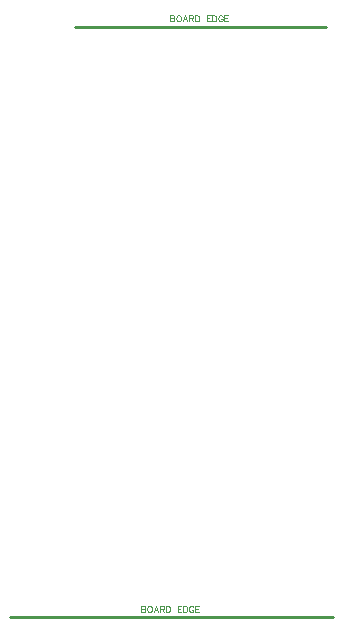
<source format=gbr>
G04 DipTrace 3.0.0.1*
G04 TopAssy.gbr*
%MOIN*%
G04 #@! TF.FileFunction,Drawing,Top*
G04 #@! TF.Part,Single*
%ADD10C,0.009843*%
%ADD60C,0.003088*%
%FSLAX26Y26*%
G04*
G70*
G90*
G75*
G01*
G04 TopAssy*
%LPD*%
X1666486Y3711463D2*
D10*
X2504281D1*
X1449950Y1742959D2*
X2527115D1*
X1985973Y3749761D2*
D60*
Y3729665D1*
X1994595D1*
X1997469Y3730638D1*
X1998419Y3731589D1*
X1999370Y3733490D1*
Y3736364D1*
X1998419Y3738287D1*
X1997469Y3739238D1*
X1994595Y3740188D1*
X1997469Y3741161D1*
X1998419Y3742112D1*
X1999370Y3744013D1*
Y3745936D1*
X1998419Y3747838D1*
X1997469Y3748811D1*
X1994595Y3749761D1*
X1985973D1*
Y3740188D2*
X1994595D1*
X2011294Y3749761D2*
X2009370Y3748811D1*
X2007469Y3746887D1*
X2006496Y3744986D1*
X2005546Y3742112D1*
Y3737314D1*
X2006496Y3734463D1*
X2007469Y3732539D1*
X2009370Y3730638D1*
X2011294Y3729665D1*
X2015119D1*
X2017020Y3730638D1*
X2018943Y3732539D1*
X2019894Y3734463D1*
X2020844Y3737314D1*
Y3742112D1*
X2019894Y3744986D1*
X2018943Y3746887D1*
X2017020Y3748811D1*
X2015119Y3749761D1*
X2011294D1*
X2042341Y3729665D2*
X2034669Y3749761D1*
X2027020Y3729665D1*
X2029894Y3736364D2*
X2039467D1*
X2048517Y3740188D2*
X2057116D1*
X2059991Y3741161D1*
X2060963Y3742112D1*
X2061914Y3744013D1*
Y3745936D1*
X2060963Y3747838D1*
X2059991Y3748811D1*
X2057116Y3749761D1*
X2048517D1*
Y3729665D1*
X2055215Y3740188D2*
X2061914Y3729665D1*
X2068090Y3749761D2*
Y3729665D1*
X2074788D1*
X2077662Y3730638D1*
X2079586Y3732539D1*
X2080536Y3734463D1*
X2081487Y3737314D1*
Y3742112D1*
X2080536Y3744986D1*
X2079586Y3746887D1*
X2077662Y3748811D1*
X2074788Y3749761D1*
X2068090D1*
X2119528D2*
X2107103D1*
Y3729665D1*
X2119528D1*
X2107103Y3740188D2*
X2114752D1*
X2125703Y3749761D2*
Y3729665D1*
X2132402D1*
X2135276Y3730638D1*
X2137199Y3732539D1*
X2138150Y3734463D1*
X2139101Y3737314D1*
Y3742112D1*
X2138150Y3744986D1*
X2137199Y3746887D1*
X2135276Y3748811D1*
X2132402Y3749761D1*
X2125703D1*
X2159624Y3744986D2*
X2158674Y3746887D1*
X2156750Y3748811D1*
X2154849Y3749761D1*
X2151024D1*
X2149101Y3748811D1*
X2147200Y3746887D1*
X2146227Y3744986D1*
X2145276Y3742112D1*
Y3737314D1*
X2146227Y3734463D1*
X2147200Y3732539D1*
X2149101Y3730638D1*
X2151024Y3729665D1*
X2154849D1*
X2156750Y3730638D1*
X2158674Y3732539D1*
X2159624Y3734463D1*
Y3737314D1*
X2154849D1*
X2178225Y3749761D2*
X2165800D1*
Y3729665D1*
X2178225D1*
X2165800Y3740188D2*
X2173449D1*
X1889039Y1781257D2*
Y1761161D1*
X1897661D1*
X1900535Y1762134D1*
X1901485Y1763085D1*
X1902436Y1764986D1*
Y1767860D1*
X1901485Y1769783D1*
X1900535Y1770734D1*
X1897661Y1771685D1*
X1900535Y1772657D1*
X1901485Y1773608D1*
X1902436Y1775509D1*
Y1777433D1*
X1901485Y1779334D1*
X1900535Y1780307D1*
X1897661Y1781257D1*
X1889039D1*
Y1771685D2*
X1897661D1*
X1914360Y1781257D2*
X1912436Y1780307D1*
X1910535Y1778383D1*
X1909562Y1776482D1*
X1908612Y1773608D1*
Y1768811D1*
X1909562Y1765959D1*
X1910535Y1764035D1*
X1912436Y1762134D1*
X1914360Y1761161D1*
X1918184D1*
X1920086Y1762134D1*
X1922009Y1764035D1*
X1922960Y1765959D1*
X1923910Y1768811D1*
Y1773608D1*
X1922960Y1776482D1*
X1922009Y1778383D1*
X1920086Y1780307D1*
X1918184Y1781257D1*
X1914360D1*
X1945407Y1761161D2*
X1937735Y1781257D1*
X1930086Y1761161D1*
X1932960Y1767860D2*
X1942533D1*
X1951582Y1771685D2*
X1960182D1*
X1963056Y1772657D1*
X1964029Y1773608D1*
X1964980Y1775509D1*
Y1777433D1*
X1964029Y1779334D1*
X1963056Y1780307D1*
X1960182Y1781257D1*
X1951582D1*
Y1761161D1*
X1958281Y1771685D2*
X1964980Y1761161D1*
X1971155Y1781257D2*
Y1761161D1*
X1977854D1*
X1980728Y1762134D1*
X1982651Y1764035D1*
X1983602Y1765959D1*
X1984553Y1768811D1*
Y1773608D1*
X1983602Y1776482D1*
X1982651Y1778383D1*
X1980728Y1780307D1*
X1977854Y1781257D1*
X1971155D1*
X2022593D2*
X2010169D1*
Y1761161D1*
X2022593D1*
X2010169Y1771685D2*
X2017818D1*
X2028769Y1781257D2*
Y1761161D1*
X2035468D1*
X2038342Y1762134D1*
X2040265Y1764035D1*
X2041216Y1765959D1*
X2042166Y1768811D1*
Y1773608D1*
X2041216Y1776482D1*
X2040265Y1778383D1*
X2038342Y1780307D1*
X2035468Y1781257D1*
X2028769D1*
X2062690Y1776482D2*
X2061739Y1778383D1*
X2059816Y1780307D1*
X2057915Y1781257D1*
X2054090D1*
X2052167Y1780307D1*
X2050266Y1778383D1*
X2049293Y1776482D1*
X2048342Y1773608D1*
Y1768811D1*
X2049293Y1765959D1*
X2050266Y1764035D1*
X2052167Y1762134D1*
X2054090Y1761161D1*
X2057915D1*
X2059816Y1762134D1*
X2061739Y1764035D1*
X2062690Y1765959D1*
Y1768811D1*
X2057915D1*
X2081290Y1781257D2*
X2068866D1*
Y1761161D1*
X2081290D1*
X2068866Y1771685D2*
X2076515D1*
M02*

</source>
